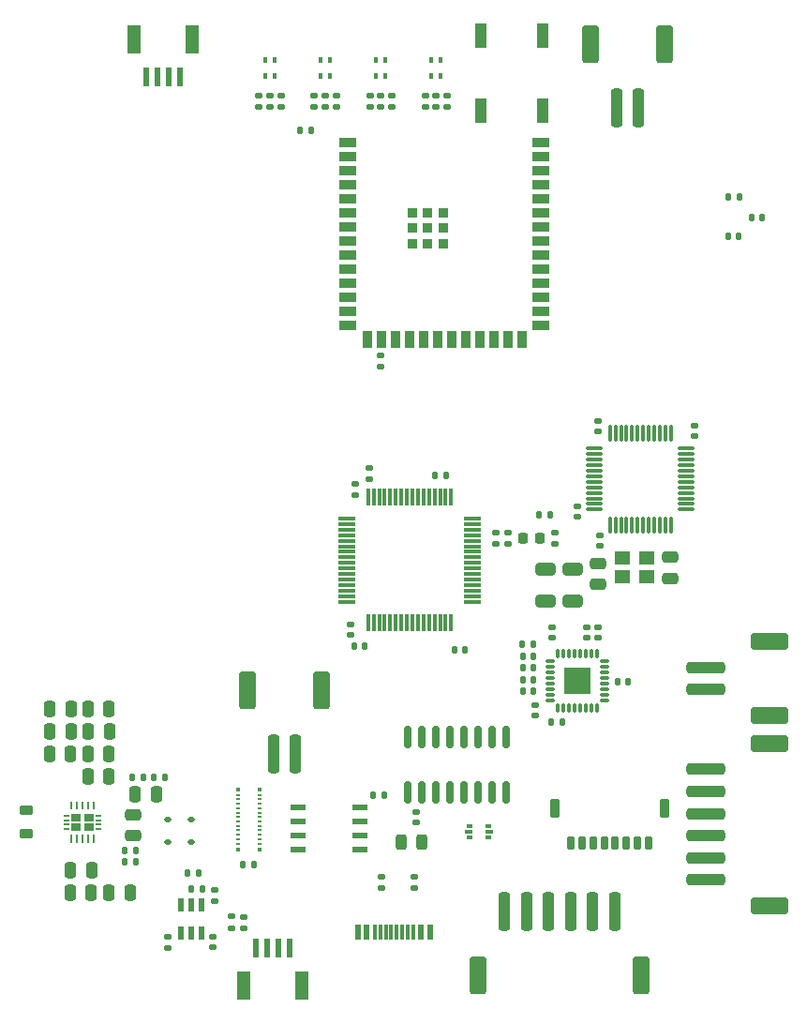
<source format=gbr>
%TF.GenerationSoftware,KiCad,Pcbnew,7.0.5*%
%TF.CreationDate,2023-12-05T08:46:21-08:00*%
%TF.ProjectId,EV10 Board Design,45563130-2042-46f6-9172-642044657369,EV9*%
%TF.SameCoordinates,Original*%
%TF.FileFunction,Paste,Top*%
%TF.FilePolarity,Positive*%
%FSLAX46Y46*%
G04 Gerber Fmt 4.6, Leading zero omitted, Abs format (unit mm)*
G04 Created by KiCad (PCBNEW 7.0.5) date 2023-12-05 08:46:21*
%MOMM*%
%LPD*%
G01*
G04 APERTURE LIST*
G04 Aperture macros list*
%AMRoundRect*
0 Rectangle with rounded corners*
0 $1 Rounding radius*
0 $2 $3 $4 $5 $6 $7 $8 $9 X,Y pos of 4 corners*
0 Add a 4 corners polygon primitive as box body*
4,1,4,$2,$3,$4,$5,$6,$7,$8,$9,$2,$3,0*
0 Add four circle primitives for the rounded corners*
1,1,$1+$1,$2,$3*
1,1,$1+$1,$4,$5*
1,1,$1+$1,$6,$7*
1,1,$1+$1,$8,$9*
0 Add four rect primitives between the rounded corners*
20,1,$1+$1,$2,$3,$4,$5,0*
20,1,$1+$1,$4,$5,$6,$7,0*
20,1,$1+$1,$6,$7,$8,$9,0*
20,1,$1+$1,$8,$9,$2,$3,0*%
G04 Aperture macros list end*
%ADD10C,0.010000*%
%ADD11RoundRect,0.250000X0.250000X0.475000X-0.250000X0.475000X-0.250000X-0.475000X0.250000X-0.475000X0*%
%ADD12RoundRect,0.140000X-0.170000X0.140000X-0.170000X-0.140000X0.170000X-0.140000X0.170000X0.140000X0*%
%ADD13R,1.422400X0.533400*%
%ADD14RoundRect,0.250000X-0.475000X0.250000X-0.475000X-0.250000X0.475000X-0.250000X0.475000X0.250000X0*%
%ADD15RoundRect,0.140000X-0.140000X-0.170000X0.140000X-0.170000X0.140000X0.170000X-0.140000X0.170000X0*%
%ADD16RoundRect,0.250000X-0.250000X-0.475000X0.250000X-0.475000X0.250000X0.475000X-0.250000X0.475000X0*%
%ADD17RoundRect,0.075000X0.075000X-0.662500X0.075000X0.662500X-0.075000X0.662500X-0.075000X-0.662500X0*%
%ADD18RoundRect,0.075000X0.662500X-0.075000X0.662500X0.075000X-0.662500X0.075000X-0.662500X-0.075000X0*%
%ADD19RoundRect,0.135000X0.135000X0.185000X-0.135000X0.185000X-0.135000X-0.185000X0.135000X-0.185000X0*%
%ADD20RoundRect,0.140000X0.140000X0.170000X-0.140000X0.170000X-0.140000X-0.170000X0.140000X-0.170000X0*%
%ADD21RoundRect,0.140000X0.170000X-0.140000X0.170000X0.140000X-0.170000X0.140000X-0.170000X-0.140000X0*%
%ADD22RoundRect,0.135000X-0.185000X0.135000X-0.185000X-0.135000X0.185000X-0.135000X0.185000X0.135000X0*%
%ADD23RoundRect,0.135000X-0.135000X-0.185000X0.135000X-0.185000X0.135000X0.185000X-0.135000X0.185000X0*%
%ADD24RoundRect,0.150000X0.150000X0.475000X-0.150000X0.475000X-0.150000X-0.475000X0.150000X-0.475000X0*%
%ADD25RoundRect,0.225000X0.225000X0.625000X-0.225000X0.625000X-0.225000X-0.625000X0.225000X-0.625000X0*%
%ADD26RoundRect,0.250000X1.500000X-0.250000X1.500000X0.250000X-1.500000X0.250000X-1.500000X-0.250000X0*%
%ADD27RoundRect,0.250001X1.449999X-0.499999X1.449999X0.499999X-1.449999X0.499999X-1.449999X-0.499999X0*%
%ADD28R,0.400000X0.410000*%
%ADD29R,0.400000X0.200000*%
%ADD30RoundRect,0.075000X0.700000X0.075000X-0.700000X0.075000X-0.700000X-0.075000X0.700000X-0.075000X0*%
%ADD31RoundRect,0.075000X0.075000X0.700000X-0.075000X0.700000X-0.075000X-0.700000X0.075000X-0.700000X0*%
%ADD32RoundRect,0.250000X0.250000X1.500000X-0.250000X1.500000X-0.250000X-1.500000X0.250000X-1.500000X0*%
%ADD33RoundRect,0.250001X0.499999X1.449999X-0.499999X1.449999X-0.499999X-1.449999X0.499999X-1.449999X0*%
%ADD34RoundRect,0.243750X-0.243750X-0.456250X0.243750X-0.456250X0.243750X0.456250X-0.243750X0.456250X0*%
%ADD35R,0.500000X1.700000*%
%ADD36R,1.200000X2.500000*%
%ADD37RoundRect,0.218750X-0.218750X-0.256250X0.218750X-0.256250X0.218750X0.256250X-0.218750X0.256250X0*%
%ADD38RoundRect,0.040600X-0.249400X0.564400X-0.249400X-0.564400X0.249400X-0.564400X0.249400X0.564400X0*%
%ADD39RoundRect,0.135000X0.185000X-0.135000X0.185000X0.135000X-0.185000X0.135000X-0.185000X-0.135000X0*%
%ADD40R,1.120000X2.160000*%
%ADD41RoundRect,0.250000X0.650000X-0.325000X0.650000X0.325000X-0.650000X0.325000X-0.650000X-0.325000X0*%
%ADD42RoundRect,0.112500X-0.187500X-0.112500X0.187500X-0.112500X0.187500X0.112500X-0.187500X0.112500X0*%
%ADD43RoundRect,0.218750X0.381250X-0.218750X0.381250X0.218750X-0.381250X0.218750X-0.381250X-0.218750X0*%
%ADD44RoundRect,0.007500X-0.372500X-0.117500X0.372500X-0.117500X0.372500X0.117500X-0.372500X0.117500X0*%
%ADD45RoundRect,0.007500X0.117500X-0.372500X0.117500X0.372500X-0.117500X0.372500X-0.117500X-0.372500X0*%
%ADD46RoundRect,0.250000X0.475000X-0.250000X0.475000X0.250000X-0.475000X0.250000X-0.475000X-0.250000X0*%
%ADD47R,0.400000X0.600000*%
%ADD48RoundRect,0.150000X0.150000X-0.825000X0.150000X0.825000X-0.150000X0.825000X-0.150000X-0.825000X0*%
%ADD49R,0.900000X0.900000*%
%ADD50R,1.500000X0.900000*%
%ADD51R,0.900000X1.500000*%
%ADD52RoundRect,0.250000X-0.250000X-1.500000X0.250000X-1.500000X0.250000X1.500000X-0.250000X1.500000X0*%
%ADD53RoundRect,0.250001X-0.499999X-1.449999X0.499999X-1.449999X0.499999X1.449999X-0.499999X1.449999X0*%
%ADD54R,0.600000X1.450000*%
%ADD55R,0.300000X1.450000*%
%ADD56R,0.500000X0.375000*%
%ADD57R,0.650000X0.300000*%
%ADD58R,0.230000X0.230000*%
%ADD59O,0.230000X0.800000*%
%ADD60R,0.600000X0.230000*%
%ADD61R,0.600000X0.150000*%
%ADD62R,0.900000X0.650000*%
%ADD63R,1.400000X1.200000*%
G04 APERTURE END LIST*
%TO.C,U6*%
D10*
X167990000Y-117475000D02*
X165690000Y-117475000D01*
X165690000Y-115175000D01*
X167990000Y-115175000D01*
X167990000Y-117475000D01*
G36*
X167990000Y-117475000D02*
G01*
X165690000Y-117475000D01*
X165690000Y-115175000D01*
X167990000Y-115175000D01*
X167990000Y-117475000D01*
G37*
%TD*%
D11*
%TO.C,C45*%
X121100000Y-118870000D03*
X119200000Y-118870000D03*
%TD*%
D12*
%TO.C,C13*%
X146380000Y-111220000D03*
X146380000Y-112180000D03*
%TD*%
D13*
%TO.C,CR1*%
X141606000Y-127795000D03*
X141606000Y-129065000D03*
X141606000Y-130335000D03*
X141606000Y-131605000D03*
X147194000Y-131605000D03*
X147194000Y-130335000D03*
X147194000Y-129065000D03*
X147194000Y-127795000D03*
%TD*%
D12*
%TO.C,C1*%
X133900000Y-139430000D03*
X133900000Y-140390000D03*
%TD*%
D14*
%TO.C,C40*%
X126680000Y-128440000D03*
X126680000Y-130340000D03*
%TD*%
D15*
%TO.C,C22*%
X146660000Y-113240000D03*
X147620000Y-113240000D03*
%TD*%
D16*
%TO.C,C39*%
X124550000Y-135460000D03*
X126450000Y-135460000D03*
%TD*%
D17*
%TO.C,U5*%
X169787500Y-102287500D03*
X170287500Y-102287500D03*
X170787500Y-102287500D03*
X171287500Y-102287500D03*
X171787500Y-102287500D03*
X172287500Y-102287500D03*
X172787500Y-102287500D03*
X173287500Y-102287500D03*
X173787500Y-102287500D03*
X174287500Y-102287500D03*
X174787500Y-102287500D03*
X175287500Y-102287500D03*
D18*
X176700000Y-100875000D03*
X176700000Y-100375000D03*
X176700000Y-99875000D03*
X176700000Y-99375000D03*
X176700000Y-98875000D03*
X176700000Y-98375000D03*
X176700000Y-97875000D03*
X176700000Y-97375000D03*
X176700000Y-96875000D03*
X176700000Y-96375000D03*
X176700000Y-95875000D03*
X176700000Y-95375000D03*
D17*
X175287500Y-93962500D03*
X174787500Y-93962500D03*
X174287500Y-93962500D03*
X173787500Y-93962500D03*
X173287500Y-93962500D03*
X172787500Y-93962500D03*
X172287500Y-93962500D03*
X171787500Y-93962500D03*
X171287500Y-93962500D03*
X170787500Y-93962500D03*
X170287500Y-93962500D03*
X169787500Y-93962500D03*
D18*
X168375000Y-95375000D03*
X168375000Y-95875000D03*
X168375000Y-96375000D03*
X168375000Y-96875000D03*
X168375000Y-97375000D03*
X168375000Y-97875000D03*
X168375000Y-98375000D03*
X168375000Y-98875000D03*
X168375000Y-99375000D03*
X168375000Y-99875000D03*
X168375000Y-100375000D03*
X168375000Y-100875000D03*
%TD*%
D19*
%TO.C,R1*%
X126970000Y-132660000D03*
X125950000Y-132660000D03*
%TD*%
D11*
%TO.C,C38*%
X122940000Y-135470000D03*
X121040000Y-135470000D03*
%TD*%
D19*
%TO.C,R20*%
X129600000Y-125060000D03*
X128580000Y-125060000D03*
%TD*%
D20*
%TO.C,C33*%
X149380000Y-126700000D03*
X148420000Y-126700000D03*
%TD*%
D16*
%TO.C,C42*%
X122620000Y-124960000D03*
X124520000Y-124960000D03*
%TD*%
D21*
%TO.C,C14*%
X146770000Y-99530000D03*
X146770000Y-98570000D03*
%TD*%
D14*
%TO.C,C4*%
X168737500Y-105725000D03*
X168737500Y-107625000D03*
%TD*%
D21*
%TO.C,C3*%
X168737500Y-112455000D03*
X168737500Y-111495000D03*
%TD*%
D22*
%TO.C,R3*%
X149137500Y-134010000D03*
X149137500Y-135030000D03*
%TD*%
D23*
%TO.C,R5*%
X163380000Y-101360000D03*
X164400000Y-101360000D03*
%TD*%
D19*
%TO.C,R10*%
X181482000Y-72636000D03*
X180462000Y-72636000D03*
%TD*%
D24*
%TO.C,J10*%
X173270000Y-130965000D03*
X172270000Y-130965000D03*
X171270000Y-130965000D03*
X170270000Y-130965000D03*
X169270000Y-130965000D03*
X168270000Y-130965000D03*
X167270000Y-130965000D03*
X166270000Y-130965000D03*
D25*
X174720000Y-127840000D03*
X164820000Y-127840000D03*
%TD*%
D26*
%TO.C,J8*%
X178437500Y-134325000D03*
X178437500Y-132325000D03*
X178437500Y-130325000D03*
X178437500Y-128325000D03*
X178437500Y-126325000D03*
X178437500Y-124325000D03*
D27*
X184187500Y-136675000D03*
X184187500Y-121975000D03*
%TD*%
D28*
%TO.C,U13*%
X136227500Y-131540000D03*
D29*
X136227500Y-131035000D03*
X136227500Y-130635000D03*
X136227500Y-130232924D03*
X136227500Y-129835000D03*
X136227500Y-129435000D03*
X136227500Y-129035000D03*
X136227500Y-128635000D03*
X136227500Y-128235000D03*
X136227500Y-127835000D03*
X136227500Y-127435000D03*
X136227500Y-127035000D03*
X136227500Y-126635000D03*
D28*
X136227500Y-126130000D03*
X138107500Y-126130000D03*
D29*
X138107500Y-126635000D03*
X138107500Y-127035000D03*
X138107500Y-127435000D03*
X138107500Y-127835000D03*
X138107500Y-128235000D03*
X138107500Y-128635000D03*
X138107500Y-129035000D03*
X138107500Y-129435000D03*
X138107500Y-129835000D03*
X138107500Y-130232924D03*
X138107500Y-130635000D03*
X138107500Y-131035000D03*
D28*
X138107500Y-131540000D03*
%TD*%
D30*
%TO.C,U1*%
X157370000Y-109190000D03*
X157370000Y-108690000D03*
X157370000Y-108190000D03*
X157370000Y-107690000D03*
X157370000Y-107190000D03*
X157370000Y-106690000D03*
X157370000Y-106190000D03*
X157370000Y-105690000D03*
X157370000Y-105190000D03*
X157370000Y-104690000D03*
X157370000Y-104190000D03*
X157370000Y-103690000D03*
X157370000Y-103190000D03*
X157370000Y-102690000D03*
X157370000Y-102190000D03*
X157370000Y-101690000D03*
D31*
X155445000Y-99765000D03*
X154945000Y-99765000D03*
X154445000Y-99765000D03*
X153945000Y-99765000D03*
X153445000Y-99765000D03*
X152945000Y-99765000D03*
X152445000Y-99765000D03*
X151945000Y-99765000D03*
X151445000Y-99765000D03*
X150945000Y-99765000D03*
X150445000Y-99765000D03*
X149945000Y-99765000D03*
X149445000Y-99765000D03*
X148945000Y-99765000D03*
X148445000Y-99765000D03*
X147945000Y-99765000D03*
D30*
X146020000Y-101690000D03*
X146020000Y-102190000D03*
X146020000Y-102690000D03*
X146020000Y-103190000D03*
X146020000Y-103690000D03*
X146020000Y-104190000D03*
X146020000Y-104690000D03*
X146020000Y-105190000D03*
X146020000Y-105690000D03*
X146020000Y-106190000D03*
X146020000Y-106690000D03*
X146020000Y-107190000D03*
X146020000Y-107690000D03*
X146020000Y-108190000D03*
X146020000Y-108690000D03*
X146020000Y-109190000D03*
D31*
X147945000Y-111115000D03*
X148445000Y-111115000D03*
X148945000Y-111115000D03*
X149445000Y-111115000D03*
X149945000Y-111115000D03*
X150445000Y-111115000D03*
X150945000Y-111115000D03*
X151445000Y-111115000D03*
X151945000Y-111115000D03*
X152445000Y-111115000D03*
X152945000Y-111115000D03*
X153445000Y-111115000D03*
X153945000Y-111115000D03*
X154445000Y-111115000D03*
X154945000Y-111115000D03*
X155445000Y-111115000D03*
%TD*%
D21*
%TO.C,C16*%
X163037500Y-119505000D03*
X163037500Y-118545000D03*
%TD*%
D32*
%TO.C,J1*%
X141400000Y-122950000D03*
X139400000Y-122950000D03*
D33*
X143750000Y-117200000D03*
X137050000Y-117200000D03*
%TD*%
D34*
%TO.C,D1*%
X150932500Y-130940000D03*
X152807500Y-130940000D03*
%TD*%
D16*
%TO.C,C48*%
X122660000Y-120890000D03*
X124560000Y-120890000D03*
%TD*%
D35*
%TO.C,J13*%
X130940000Y-61850000D03*
X129940000Y-61850000D03*
X128940000Y-61850000D03*
X127940000Y-61850000D03*
D36*
X132040000Y-58450000D03*
X126840000Y-58450000D03*
%TD*%
D37*
%TO.C,120R1*%
X161912500Y-103425000D03*
X163487500Y-103425000D03*
%TD*%
D38*
%TO.C,U2*%
X132900000Y-136565000D03*
X131950000Y-136565000D03*
X131000000Y-136565000D03*
X131000000Y-139075000D03*
X131950000Y-139075000D03*
X132900000Y-139075000D03*
%TD*%
D39*
%TO.C,R22*%
X134040000Y-136230000D03*
X134040000Y-135210000D03*
%TD*%
%TO.C,R17*%
X154100000Y-64510000D03*
X154100000Y-63490000D03*
%TD*%
D22*
%TO.C,R13*%
X140100000Y-63490000D03*
X140100000Y-64510000D03*
%TD*%
D19*
%TO.C,R19*%
X127650000Y-125060000D03*
X126630000Y-125060000D03*
%TD*%
%TO.C,R4*%
X142810000Y-66600000D03*
X141790000Y-66600000D03*
%TD*%
D12*
%TO.C,C8*%
X159500000Y-102995000D03*
X159500000Y-103955000D03*
%TD*%
D16*
%TO.C,C46*%
X122650000Y-118860000D03*
X124550000Y-118860000D03*
%TD*%
D23*
%TO.C,R27*%
X131990000Y-135120000D03*
X133010000Y-135120000D03*
%TD*%
D22*
%TO.C,R12*%
X148100000Y-63490000D03*
X148100000Y-64510000D03*
%TD*%
%TO.C,R11*%
X149100000Y-63490000D03*
X149100000Y-64510000D03*
%TD*%
D12*
%TO.C,C21*%
X148080000Y-97140000D03*
X148080000Y-98100000D03*
%TD*%
D40*
%TO.C,SW5*%
X158112000Y-58095000D03*
X158112000Y-64825000D03*
%TD*%
D22*
%TO.C,R6*%
X150100000Y-63490000D03*
X150100000Y-64510000D03*
%TD*%
D39*
%TO.C,R16*%
X155100000Y-64510000D03*
X155100000Y-63490000D03*
%TD*%
D26*
%TO.C,J2*%
X178437500Y-117125000D03*
X178437500Y-115125000D03*
D27*
X184187500Y-119475000D03*
X184187500Y-112775000D03*
%TD*%
D41*
%TO.C,C29*%
X166437500Y-109180000D03*
X166437500Y-106230000D03*
%TD*%
D15*
%TO.C,C27*%
X161907500Y-117275000D03*
X162867500Y-117275000D03*
%TD*%
D23*
%TO.C,R21*%
X125940000Y-131670000D03*
X126960000Y-131670000D03*
%TD*%
D42*
%TO.C,D2*%
X129832500Y-128830000D03*
X131932500Y-128830000D03*
%TD*%
D12*
%TO.C,C10*%
X164800000Y-102995000D03*
X164800000Y-103955000D03*
%TD*%
D39*
%TO.C,R24*%
X144100000Y-64510000D03*
X144100000Y-63490000D03*
%TD*%
D20*
%TO.C,C36*%
X183520000Y-74500000D03*
X182560000Y-74500000D03*
%TD*%
%TO.C,C35*%
X181452000Y-76192000D03*
X180492000Y-76192000D03*
%TD*%
%TO.C,C12*%
X156690000Y-113530000D03*
X155730000Y-113530000D03*
%TD*%
D39*
%TO.C,R18*%
X153099500Y-64510000D03*
X153099500Y-63490000D03*
%TD*%
D22*
%TO.C,R2*%
X152087500Y-134015000D03*
X152087500Y-135035000D03*
%TD*%
D21*
%TO.C,C25*%
X177437500Y-94255000D03*
X177437500Y-93295000D03*
%TD*%
D39*
%TO.C,R32*%
X149100000Y-88010000D03*
X149100000Y-86990000D03*
%TD*%
D22*
%TO.C,R8*%
X135627500Y-137625000D03*
X135627500Y-138645000D03*
%TD*%
D43*
%TO.C,L1*%
X117030000Y-130102500D03*
X117030000Y-127977500D03*
%TD*%
D15*
%TO.C,C15*%
X164507500Y-120075000D03*
X165467500Y-120075000D03*
%TD*%
D22*
%TO.C,R15*%
X138100000Y-63490000D03*
X138100000Y-64510000D03*
%TD*%
D44*
%TO.C,U6*%
X164365000Y-114575000D03*
X164365000Y-115075000D03*
X164365000Y-115575000D03*
X164365000Y-116075000D03*
X164365000Y-116575000D03*
X164365000Y-117075000D03*
X164365000Y-117575000D03*
X164365000Y-118075000D03*
D45*
X165090000Y-118800000D03*
X165590000Y-118800000D03*
X166090000Y-118800000D03*
X166590000Y-118800000D03*
X167090000Y-118800000D03*
X167590000Y-118800000D03*
X168090000Y-118800000D03*
X168590000Y-118800000D03*
D44*
X169315000Y-118075000D03*
X169315000Y-117575000D03*
X169315000Y-117075000D03*
X169315000Y-116575000D03*
X169315000Y-116075000D03*
X169315000Y-115575000D03*
X169315000Y-115075000D03*
X169315000Y-114575000D03*
D45*
X168590000Y-113850000D03*
X168090000Y-113850000D03*
X167590000Y-113850000D03*
X167090000Y-113850000D03*
X166590000Y-113850000D03*
X166090000Y-113850000D03*
X165590000Y-113850000D03*
X165090000Y-113850000D03*
%TD*%
D46*
%TO.C,C23*%
X175187500Y-107075000D03*
X175187500Y-105175000D03*
%TD*%
D19*
%TO.C,R9*%
X162897500Y-113075000D03*
X161877500Y-113075000D03*
%TD*%
D22*
%TO.C,R14*%
X139100000Y-63490000D03*
X139100000Y-64510000D03*
%TD*%
D41*
%TO.C,C30*%
X164007500Y-109180000D03*
X164007500Y-106230000D03*
%TD*%
D40*
%TO.C,SW4*%
X163700000Y-58095000D03*
X163700000Y-64825000D03*
%TD*%
D47*
%TO.C,D4*%
X153662500Y-61695000D03*
X153662500Y-60295000D03*
X154462500Y-60295000D03*
X154462500Y-61695000D03*
%TD*%
D42*
%TO.C,D6*%
X129830000Y-130890000D03*
X131930000Y-130890000D03*
%TD*%
D48*
%TO.C,U3*%
X151492500Y-126370000D03*
X152762500Y-126370000D03*
X154032500Y-126370000D03*
X155302500Y-126370000D03*
X156572500Y-126370000D03*
X157842500Y-126370000D03*
X159112500Y-126370000D03*
X160382500Y-126370000D03*
X160382500Y-121420000D03*
X159112500Y-121420000D03*
X157842500Y-121420000D03*
X156572500Y-121420000D03*
X155302500Y-121420000D03*
X154032500Y-121420000D03*
X152762500Y-121420000D03*
X151492500Y-121420000D03*
%TD*%
D39*
%TO.C,R23*%
X145100000Y-64510000D03*
X145100000Y-63490000D03*
%TD*%
D12*
%TO.C,C34*%
X168730000Y-92880000D03*
X168730000Y-93840000D03*
%TD*%
D35*
%TO.C,J7*%
X137840000Y-140470000D03*
X138840000Y-140470000D03*
X139840000Y-140470000D03*
X140840000Y-140470000D03*
D36*
X136740000Y-143870000D03*
X141940000Y-143870000D03*
%TD*%
D19*
%TO.C,R41*%
X137627500Y-132905000D03*
X136607500Y-132905000D03*
%TD*%
D15*
%TO.C,C18*%
X161907500Y-116225000D03*
X162867500Y-116225000D03*
%TD*%
%TO.C,C2*%
X131660000Y-133680000D03*
X132620000Y-133680000D03*
%TD*%
%TO.C,C6*%
X170497500Y-116405000D03*
X171457500Y-116405000D03*
%TD*%
D16*
%TO.C,C41*%
X126910000Y-126610000D03*
X128810000Y-126610000D03*
%TD*%
D47*
%TO.C,D3*%
X138662500Y-61695000D03*
X138662500Y-60295000D03*
X139462500Y-60295000D03*
X139462500Y-61695000D03*
%TD*%
D49*
%TO.C,U11*%
X151920606Y-76860000D03*
X151925000Y-74060000D03*
X151925000Y-75460000D03*
X153320606Y-76860000D03*
X153325000Y-74060000D03*
X153325000Y-75460000D03*
X154720606Y-76860000D03*
X154725000Y-74060000D03*
X154725000Y-75460000D03*
D50*
X146075000Y-67740000D03*
X146075000Y-69010000D03*
X146075000Y-70280000D03*
X146075000Y-71550000D03*
X146075000Y-72820000D03*
X146075000Y-74090000D03*
X146075000Y-75360000D03*
X146075000Y-76630000D03*
X146075000Y-77900000D03*
X146075000Y-79170000D03*
X146075000Y-80440000D03*
X146075000Y-81710000D03*
X146075000Y-82980000D03*
X146075000Y-84250000D03*
D51*
X147840000Y-85500000D03*
X149110000Y-85500000D03*
X150380000Y-85500000D03*
X151650000Y-85500000D03*
X152920000Y-85500000D03*
X154190000Y-85500000D03*
X155460000Y-85500000D03*
X156730000Y-85500000D03*
X158000000Y-85500000D03*
X159270000Y-85500000D03*
X160540000Y-85500000D03*
X161810000Y-85500000D03*
D50*
X163575000Y-84250000D03*
X163575000Y-82980000D03*
X163575000Y-81710000D03*
X163575000Y-80440000D03*
X163575000Y-79170000D03*
X163575000Y-77900000D03*
X163575000Y-76630000D03*
X163575000Y-75360000D03*
X163575000Y-74090000D03*
X163575000Y-72820000D03*
X163575000Y-71550000D03*
X163575000Y-70280000D03*
X163575000Y-69010000D03*
X163575000Y-67740000D03*
%TD*%
D22*
%TO.C,R26*%
X129890000Y-139410000D03*
X129890000Y-140430000D03*
%TD*%
D15*
%TO.C,C17*%
X161907500Y-115175000D03*
X162867500Y-115175000D03*
%TD*%
D12*
%TO.C,C7*%
X164537500Y-111495000D03*
X164537500Y-112455000D03*
%TD*%
D52*
%TO.C,J11*%
X160237500Y-137175000D03*
X162237500Y-137175000D03*
X164237500Y-137175000D03*
X166237500Y-137175000D03*
X168237500Y-137175000D03*
X170237500Y-137175000D03*
D53*
X157887500Y-142925000D03*
X172587500Y-142925000D03*
%TD*%
D21*
%TO.C,C32*%
X152297500Y-129135000D03*
X152297500Y-128175000D03*
%TD*%
D12*
%TO.C,C31*%
X167687500Y-111495000D03*
X167687500Y-112455000D03*
%TD*%
D11*
%TO.C,C43*%
X121080000Y-122930000D03*
X119180000Y-122930000D03*
%TD*%
D12*
%TO.C,C9*%
X160600000Y-102995000D03*
X160600000Y-103955000D03*
%TD*%
%TO.C,C24*%
X168847500Y-103185000D03*
X168847500Y-104145000D03*
%TD*%
D32*
%TO.C,J5*%
X172390000Y-64610000D03*
X170390000Y-64610000D03*
D33*
X174740000Y-58860000D03*
X168040000Y-58860000D03*
%TD*%
D54*
%TO.C,J9*%
X147037500Y-139001000D03*
X147837500Y-139001000D03*
D55*
X149037500Y-139001000D03*
X150037500Y-139001000D03*
X150537500Y-139001000D03*
X151537500Y-139001000D03*
D54*
X152737500Y-139001000D03*
X153537500Y-139001000D03*
X153537500Y-139001000D03*
X152737500Y-139001000D03*
D55*
X152037500Y-139001000D03*
X151037500Y-139001000D03*
X149537500Y-139001000D03*
X148537500Y-139001000D03*
D54*
X147837500Y-139001000D03*
X147037500Y-139001000D03*
%TD*%
D47*
%TO.C,D5*%
X143662500Y-61695000D03*
X143662500Y-60295000D03*
X144462500Y-60295000D03*
X144462500Y-61695000D03*
%TD*%
D15*
%TO.C,C11*%
X154020000Y-97775000D03*
X154980000Y-97775000D03*
%TD*%
D47*
%TO.C,D18*%
X148662500Y-61695000D03*
X148662500Y-60295000D03*
X149462500Y-60295000D03*
X149462500Y-61695000D03*
%TD*%
D56*
%TO.C,U4*%
X157087500Y-129437500D03*
D57*
X157012500Y-129975000D03*
D56*
X157087500Y-130512500D03*
X158787500Y-130512500D03*
D57*
X158862500Y-129975000D03*
D56*
X158787500Y-129437500D03*
%TD*%
D11*
%TO.C,C37*%
X122960000Y-133440000D03*
X121060000Y-133440000D03*
%TD*%
D20*
%TO.C,C28*%
X162867500Y-114125000D03*
X161907500Y-114125000D03*
%TD*%
D22*
%TO.C,R7*%
X136737500Y-137665000D03*
X136737500Y-138685000D03*
%TD*%
D58*
%TO.C,U7*%
X121140000Y-130870000D03*
D59*
X121140000Y-130585000D03*
D58*
X121640000Y-130870000D03*
D59*
X121640000Y-130585000D03*
D58*
X122140000Y-130870000D03*
D59*
X122140000Y-130585000D03*
D58*
X122640000Y-130870000D03*
D59*
X122640000Y-130585000D03*
D58*
X123140000Y-130870000D03*
D59*
X123140000Y-130585000D03*
X123140000Y-127635000D03*
D58*
X123140000Y-127350000D03*
D59*
X122640000Y-127635000D03*
D58*
X122640000Y-127350000D03*
D59*
X122140000Y-127635000D03*
D58*
X122140000Y-127350000D03*
D59*
X121640000Y-127635000D03*
D58*
X121640000Y-127350000D03*
D59*
X121140000Y-127635000D03*
D58*
X121140000Y-127350000D03*
D60*
X120715000Y-129710000D03*
D61*
X120715000Y-129710000D03*
D60*
X123565000Y-129710000D03*
D61*
X123565000Y-129710000D03*
D62*
X121580000Y-129545000D03*
X122700000Y-129545000D03*
D60*
X120715000Y-129310000D03*
D61*
X120715000Y-129310000D03*
D60*
X123565000Y-129310000D03*
D61*
X123565000Y-129310000D03*
D60*
X120715000Y-128910000D03*
D61*
X120715000Y-128910000D03*
D60*
X123565000Y-128910000D03*
D61*
X123565000Y-128910000D03*
D62*
X121580000Y-128675000D03*
X122700000Y-128675000D03*
D60*
X120715000Y-128510000D03*
D61*
X120715000Y-128510000D03*
D60*
X123565000Y-128510000D03*
D61*
X123565000Y-128510000D03*
%TD*%
D16*
%TO.C,C47*%
X122650000Y-122920000D03*
X124550000Y-122920000D03*
%TD*%
D11*
%TO.C,C44*%
X121090000Y-120900000D03*
X119190000Y-120900000D03*
%TD*%
D21*
%TO.C,C26*%
X166840000Y-101550000D03*
X166840000Y-100590000D03*
%TD*%
D39*
%TO.C,R25*%
X143084000Y-64510000D03*
X143084000Y-63490000D03*
%TD*%
D63*
%TO.C,Y1*%
X170887500Y-106975000D03*
X173087500Y-106975000D03*
X173087500Y-105275000D03*
X170887500Y-105275000D03*
%TD*%
M02*

</source>
